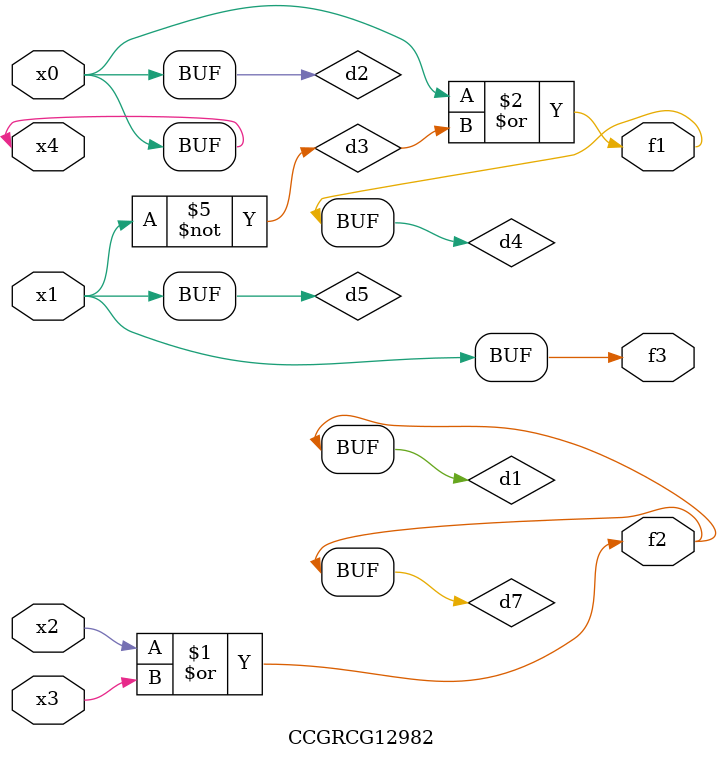
<source format=v>
module CCGRCG12982(
	input x0, x1, x2, x3, x4,
	output f1, f2, f3
);

	wire d1, d2, d3, d4, d5, d6, d7;

	or (d1, x2, x3);
	buf (d2, x0, x4);
	not (d3, x1);
	or (d4, d2, d3);
	not (d5, d3);
	nand (d6, d1, d3);
	or (d7, d1);
	assign f1 = d4;
	assign f2 = d7;
	assign f3 = d5;
endmodule

</source>
